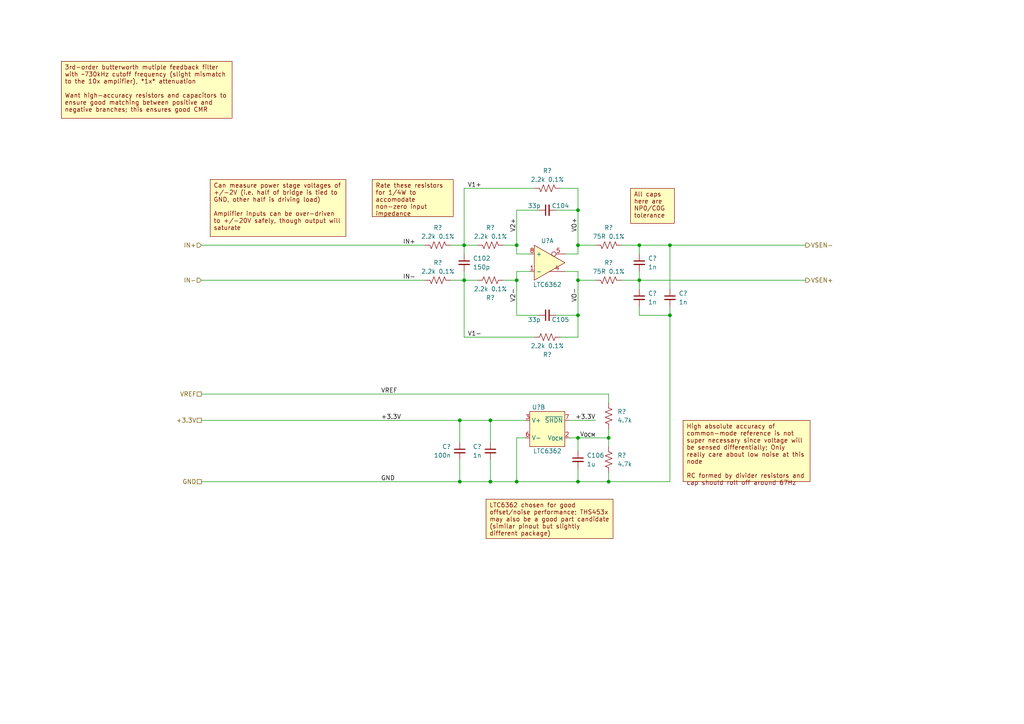
<source format=kicad_sch>
(kicad_sch (version 20230121) (generator eeschema)
  (paper "A4")
  (title_block (title "Shim Amplifier Prototype") (date "2023-08-01") (rev "A.1") (company "Ishaan Govindarajan"))
  (lib_symbols
    (symbol "Custom-AnalogIC:LTC6362"
      (property "Reference" "U" (at -2.54 6.35 0))
      (property "Value" "LTC6362" (at 0 -6.35 0))
      (symbol "LTC6362_1_1"
        (polyline (pts (xy -3.81 5.08) (xy -3.81 -5.08) (xy 5.08 0) (xy -3.81 5.08)) (fill (type background)))
        (pin input line (at -5.08 -2.54 0) (length 1.27) (name "-") (number "1"))
        (pin output line (at 5.08 -2.54 180) (length 4.445) (name "") (number "4"))
        (pin output inverted (at 5.08 2.54 180) (length 3.81) (name "") (number "5"))
        (pin input line (at -5.08 2.54 0) (length 1.27) (name "+") (number "8"))
      )
      (symbol "LTC6362_2_1"
        (rectangle (start -5.08 5.08) (end 5.08 -5.08) (fill (type background)))
        (pin input line (at 6.35 -2.54 180) (length 1.27) (name "V_{OCM}") (number "2"))
        (pin power_in line (at -6.35 2.54 0) (length 1.27) (name "V+") (number "3"))
        (pin power_in line (at -6.35 -2.54 0) (length 1.27) (name "V-") (number "6"))
        (pin input line (at 6.35 2.54 180) (length 1.27) (name "~{SHDN}") (number "7"))
      )
    )
    (symbol "Custom-Capacitor:CL10B104KB8NNWC" (pin_numbers hide) (pin_names (offset 0.254) hide)
      (property "Reference" "C" (at 0.254 1.778 0))
      (property "Value" "100n" (at 0.254 -2.032 0))
      (symbol "CL10B104KB8NNWC_0_1"
        (polyline (pts (xy -1.524 -0.508) (xy 1.524 -0.508)) (stroke (width 0.3302)))
        (polyline (pts (xy -1.524 0.508) (xy 1.524 0.508)) (stroke (width 0.3048)))
      )
      (symbol "CL10B104KB8NNWC_1_1"
        (pin passive line (at 0 2.54 270) (length 2.032) (name "~") (number "1"))
        (pin passive line (at 0 -2.54 90) (length 2.032) (name "~") (number "2"))
      )
    )
    (symbol "Custom-Capacitor:CL21B105KBFNNNG" (pin_numbers hide) (pin_names (offset 0.254) hide)
      (property "Reference" "C" (at 0.254 1.778 0))
      (property "Value" "1u" (at 0.254 -2.032 0))
      (symbol "CL21B105KBFNNNG_0_1"
        (polyline (pts (xy -1.524 -0.508) (xy 1.524 -0.508)) (stroke (width 0.3302)))
        (polyline (pts (xy -1.524 0.508) (xy 1.524 0.508)) (stroke (width 0.3048)))
      )
      (symbol "CL21B105KBFNNNG_1_1"
        (pin passive line (at 0 2.54 270) (length 2.032) (name "~") (number "1"))
        (pin passive line (at 0 -2.54 90) (length 2.032) (name "~") (number "2"))
      )
    )
    (symbol "Custom-Capacitor:GCM1885C2A102FA16D" (pin_numbers hide) (pin_names (offset 0.254) hide)
      (property "Reference" "C" (at 0.254 1.778 0))
      (property "Value" "1n" (at 0.254 -2.032 0))
      (symbol "GCM1885C2A102FA16D_0_1"
        (polyline (pts (xy -1.524 -0.508) (xy 1.524 -0.508)) (stroke (width 0.3302)))
        (polyline (pts (xy -1.524 0.508) (xy 1.524 0.508)) (stroke (width 0.3048)))
      )
      (symbol "GCM1885C2A102FA16D_1_1"
        (pin passive line (at 0 2.54 270) (length 2.032) (name "~") (number "1"))
        (pin passive line (at 0 -2.54 90) (length 2.032) (name "~") (number "2"))
      )
    )
    (symbol "Custom-Capacitor:GCM1885C2A151JA16D" (pin_numbers hide) (pin_names (offset 0.254) hide)
      (property "Reference" "C" (at 0.254 1.778 0))
      (property "Value" "150p" (at 0.254 -2.032 0))
      (symbol "GCM1885C2A151JA16D_0_1"
        (polyline (pts (xy -1.524 -0.508) (xy 1.524 -0.508)) (stroke (width 0.3302)))
        (polyline (pts (xy -1.524 0.508) (xy 1.524 0.508)) (stroke (width 0.3048)))
      )
      (symbol "GCM1885C2A151JA16D_1_1"
        (pin passive line (at 0 2.54 270) (length 2.032) (name "~") (number "1"))
        (pin passive line (at 0 -2.54 90) (length 2.032) (name "~") (number "2"))
      )
    )
    (symbol "Custom-Capacitor:GCM1885C2A330JA16D" (pin_numbers hide) (pin_names (offset 0.254) hide)
      (property "Reference" "C" (at 0.254 1.778 0))
      (property "Value" "33p" (at 0.254 -2.032 0))
      (symbol "GCM1885C2A330JA16D_0_1"
        (polyline (pts (xy -1.524 -0.508) (xy 1.524 -0.508)) (stroke (width 0.3302)))
        (polyline (pts (xy -1.524 0.508) (xy 1.524 0.508)) (stroke (width 0.3048)))
      )
      (symbol "GCM1885C2A330JA16D_1_1"
        (pin passive line (at 0 2.54 270) (length 2.032) (name "~") (number "1"))
        (pin passive line (at 0 -2.54 90) (length 2.032) (name "~") (number "2"))
      )
    )
    (symbol "Custom-Resistor:RMCF0603FT4K70" (pin_numbers hide) (pin_names (offset 0))
      (property "Reference" "R" (at 2.54 0 90))
      (property "Value" "4.7k" (at -2.54 0 90))
      (symbol "RMCF0603FT4K70_0_1"
        (polyline (pts (xy 0 -2.286) (xy 0 -2.54)))
        (polyline (pts (xy 0 2.286) (xy 0 2.54)))
        (polyline (pts (xy 0 -0.762) (xy 1.016 -1.143) (xy 0 -1.524) (xy -1.016 -1.905) (xy 0 -2.286)))
        (polyline (pts (xy 0 0.762) (xy 1.016 0.381) (xy 0 0) (xy -1.016 -0.381) (xy 0 -0.762)))
        (polyline (pts (xy 0 2.286) (xy 1.016 1.905) (xy 0 1.524) (xy -1.016 1.143) (xy 0 0.762)))
      )
      (symbol "RMCF0603FT4K70_1_1"
        (pin passive line (at 0 3.81 270) (length 1.27) (name "~") (number "1"))
        (pin passive line (at 0 -3.81 90) (length 1.27) (name "~") (number "2"))
      )
    )
    (symbol "Custom-Resistor:RN73R1JTTD75R0B25" (pin_numbers hide) (pin_names (offset 0))
      (property "Reference" "R" (at 2.54 0 90))
      (property "Value" "75R 0.1%" (at -2.54 0 90))
      (symbol "RN73R1JTTD75R0B25_0_1"
        (polyline (pts (xy 0 -2.286) (xy 0 -2.54)))
        (polyline (pts (xy 0 2.286) (xy 0 2.54)))
        (polyline (pts (xy 0 -0.762) (xy 1.016 -1.143) (xy 0 -1.524) (xy -1.016 -1.905) (xy 0 -2.286)))
        (polyline (pts (xy 0 0.762) (xy 1.016 0.381) (xy 0 0) (xy -1.016 -0.381) (xy 0 -0.762)))
        (polyline (pts (xy 0 2.286) (xy 1.016 1.905) (xy 0 1.524) (xy -1.016 1.143) (xy 0 0.762)))
      )
      (symbol "RN73R1JTTD75R0B25_1_1"
        (pin passive line (at 0 3.81 270) (length 1.27) (name "~") (number "1"))
        (pin passive line (at 0 -3.81 90) (length 1.27) (name "~") (number "2"))
      )
    )
    (symbol "Custom-Resistor:RN73R2BTTD2201B25" (pin_numbers hide) (pin_names (offset 0))
      (property "Reference" "R" (at 2.54 0 90))
      (property "Value" "2.2k 0.1%" (at -2.54 0 90))
      (symbol "RN73R2BTTD2201B25_0_1"
        (polyline (pts (xy 0 -2.286) (xy 0 -2.54)))
        (polyline (pts (xy 0 2.286) (xy 0 2.54)))
        (polyline (pts (xy 0 -0.762) (xy 1.016 -1.143) (xy 0 -1.524) (xy -1.016 -1.905) (xy 0 -2.286)))
        (polyline (pts (xy 0 0.762) (xy 1.016 0.381) (xy 0 0) (xy -1.016 -0.381) (xy 0 -0.762)))
        (polyline (pts (xy 0 2.286) (xy 1.016 1.905) (xy 0 1.524) (xy -1.016 1.143) (xy 0 0.762)))
      )
      (symbol "RN73R2BTTD2201B25_1_1"
        (pin passive line (at 0 3.81 270) (length 1.27) (name "~") (number "1"))
        (pin passive line (at 0 -3.81 90) (length 1.27) (name "~") (number "2"))
      )
    )
  )
  (junction (at 133.35 139.7))
  (junction (at 167.64 139.7))
  (junction (at 133.35 121.92))
  (junction (at 142.24 121.92))
  (junction (at 134.62 81.28))
  (junction (at 167.64 71.12))
  (junction (at 167.64 81.28))
  (junction (at 142.24 139.7))
  (junction (at 194.31 71.12))
  (junction (at 167.64 60.96))
  (junction (at 185.42 81.28))
  (junction (at 149.86 81.28))
  (junction (at 176.53 139.7))
  (junction (at 167.64 127))
  (junction (at 176.53 127))
  (junction (at 134.62 71.12))
  (junction (at 194.31 91.44))
  (junction (at 149.86 139.7))
  (junction (at 185.42 71.12))
  (junction (at 167.64 91.44))
  (junction (at 149.86 71.12))
  (wire (pts (xy 194.31 88.9) (xy 194.31 91.44)))
  (wire (pts (xy 153.67 73.66) (xy 149.86 73.66)))
  (wire (pts (xy 134.62 97.79) (xy 134.62 81.28)))
  (wire (pts (xy 149.86 60.96) (xy 156.21 60.96)))
  (wire (pts (xy 185.42 78.74) (xy 185.42 81.28)))
  (wire (pts (xy 133.35 121.92) (xy 133.35 128.27)))
  (wire (pts (xy 167.64 135.89) (xy 167.64 139.7)))
  (wire (pts (xy 134.62 71.12) (xy 130.81 71.12)))
  (wire (pts (xy 167.64 97.79) (xy 167.64 91.44)))
  (wire (pts (xy 185.42 71.12) (xy 185.42 73.66)))
  (wire (pts (xy 167.64 60.96) (xy 161.29 60.96)))
  (wire (pts (xy 185.42 81.28) (xy 185.42 83.82)))
  (wire (pts (xy 176.53 127) (xy 176.53 129.54)))
  (wire (pts (xy 185.42 91.44) (xy 194.31 91.44)))
  (wire (pts (xy 149.86 127) (xy 152.4 127)))
  (wire (pts (xy 142.24 139.7) (xy 149.86 139.7)))
  (wire (pts (xy 176.53 137.16) (xy 176.53 139.7)))
  (wire (pts (xy 149.86 78.74) (xy 149.86 81.28)))
  (wire (pts (xy 167.64 71.12) (xy 167.64 73.66)))
  (wire (pts (xy 154.94 54.61) (xy 134.62 54.61)))
  (wire (pts (xy 167.64 54.61) (xy 167.64 60.96)))
  (wire (pts (xy 194.31 91.44) (xy 194.31 139.7)))
  (wire (pts (xy 149.86 139.7) (xy 167.64 139.7)))
  (wire (pts (xy 185.42 71.12) (xy 194.31 71.12)))
  (wire (pts (xy 149.86 71.12) (xy 149.86 73.66)))
  (wire (pts (xy 58.42 71.12) (xy 123.19 71.12)))
  (wire (pts (xy 58.42 81.28) (xy 123.19 81.28)))
  (wire (pts (xy 176.53 139.7) (xy 194.31 139.7)))
  (wire (pts (xy 138.43 71.12) (xy 134.62 71.12)))
  (wire (pts (xy 154.94 97.79) (xy 134.62 97.79)))
  (wire (pts (xy 149.86 71.12) (xy 149.86 60.96)))
  (wire (pts (xy 167.64 127) (xy 167.64 130.81)))
  (wire (pts (xy 142.24 121.92) (xy 152.4 121.92)))
  (wire (pts (xy 134.62 71.12) (xy 134.62 73.66)))
  (wire (pts (xy 167.64 78.74) (xy 163.83 78.74)))
  (wire (pts (xy 133.35 121.92) (xy 142.24 121.92)))
  (wire (pts (xy 134.62 81.28) (xy 130.81 81.28)))
  (wire (pts (xy 134.62 78.74) (xy 134.62 81.28)))
  (wire (pts (xy 133.35 139.7) (xy 142.24 139.7)))
  (wire (pts (xy 194.31 71.12) (xy 194.31 83.82)))
  (wire (pts (xy 185.42 88.9) (xy 185.42 91.44)))
  (wire (pts (xy 185.42 81.28) (xy 180.34 81.28)))
  (wire (pts (xy 167.64 54.61) (xy 162.56 54.61)))
  (wire (pts (xy 167.64 91.44) (xy 167.64 81.28)))
  (wire (pts (xy 172.72 81.28) (xy 167.64 81.28)))
  (wire (pts (xy 165.1 127) (xy 167.64 127)))
  (wire (pts (xy 138.43 81.28) (xy 134.62 81.28)))
  (wire (pts (xy 58.42 121.92) (xy 133.35 121.92)))
  (wire (pts (xy 167.64 60.96) (xy 167.64 71.12)))
  (wire (pts (xy 149.86 71.12) (xy 146.05 71.12)))
  (wire (pts (xy 167.64 81.28) (xy 167.64 78.74)))
  (wire (pts (xy 167.64 127) (xy 176.53 127)))
  (wire (pts (xy 134.62 54.61) (xy 134.62 71.12)))
  (wire (pts (xy 149.86 139.7) (xy 149.86 127)))
  (wire (pts (xy 149.86 91.44) (xy 156.21 91.44)))
  (wire (pts (xy 58.42 114.3) (xy 176.53 114.3)))
  (wire (pts (xy 142.24 133.35) (xy 142.24 139.7)))
  (wire (pts (xy 167.64 91.44) (xy 161.29 91.44)))
  (wire (pts (xy 58.42 139.7) (xy 133.35 139.7)))
  (wire (pts (xy 233.68 81.28) (xy 185.42 81.28)))
  (wire (pts (xy 165.1 121.92) (xy 172.72 121.92)))
  (wire (pts (xy 176.53 116.84) (xy 176.53 114.3)))
  (wire (pts (xy 167.64 139.7) (xy 176.53 139.7)))
  (wire (pts (xy 185.42 71.12) (xy 180.34 71.12)))
  (wire (pts (xy 149.86 81.28) (xy 149.86 91.44)))
  (wire (pts (xy 194.31 71.12) (xy 233.68 71.12)))
  (wire (pts (xy 133.35 133.35) (xy 133.35 139.7)))
  (wire (pts (xy 167.64 97.79) (xy 162.56 97.79)))
  (wire (pts (xy 149.86 81.28) (xy 146.05 81.28)))
  (wire (pts (xy 167.64 73.66) (xy 163.83 73.66)))
  (wire (pts (xy 153.67 78.74) (xy 149.86 78.74)))
  (wire (pts (xy 172.72 71.12) (xy 167.64 71.12)))
  (wire (pts (xy 142.24 121.92) (xy 142.24 128.27)))
  (wire (pts (xy 176.53 127) (xy 176.53 124.46)))
  (text_box "All caps here are NP0/C0G tolerance\n" (at 182.88 54.61 0) (size 12.7 10.16) (stroke (width 0) (color 132 0 0 1)) (fill (type color) (color 255 255 194 1)) (effects (font (size 1.27 1.27)) (justify left top)))
  (text_box "LTC6362 chosen for good offset/noise performance; THS453x may also be a good part candidate (similar pinout but slightly different package)\n" (at 140.97 144.78 0) (size 36.83 11.43) (stroke (width 0) (color 132 0 0 1)) (fill (type color) (color 255 255 194 1)) (effects (font (size 1.27 1.27)) (justify left top)))
  (text_box "Rate these resistors for 1/4W to accomodate non-zero input impedance" (at 107.95 52.07 0) (size 23.495 10.795) (stroke (width 0) (color 132 0 0 1)) (fill (type color) (color 255 255 194 1)) (effects (font (size 1.27 1.27)) (justify left top)))
  (text_box "Can measure power stage voltages of +/-2V (i.e. half of bridge is tied to GND, other half is driving load)\n\nAmplifier inputs can be over-driven to +/-20V safely, though output will saturate" (at 60.96 52.07 0) (size 39.37 16.51) (stroke (width 0) (color 132 0 0 1)) (fill (type color) (color 255 255 194 1)) (effects (font (size 1.27 1.27)) (justify left top)))
  (text_box "3rd-order butterworth mutiple feedback filter with ~730kHz cutoff frequency (slight mismatch to the 10x amplifier), *1x* attenuation\n\nWant high-accuracy resistors and capacitors to ensure good matching between positive and negative branches; this ensures good CMR" (at 17.78 17.78 0) (size 49.53 16.51) (stroke (width 0) (color 132 0 0 1)) (fill (type color) (color 255 255 194 1)) (effects (font (size 1.27 1.27)) (justify left top)))
  (text_box "High absolute accuracy of common-mode reference is not super necessary since voltage will be sensed differentially; Only really care about low noise at this node\n\nRC formed by divider resistors and cap should roll off around 67Hz\n" (at 198.12 121.92 0) (size 36.83 17.78) (stroke (width 0) (color 132 0 0 1)) (fill (type color) (color 255 255 194 1)) (effects (font (size 1.27 1.27)) (justify left top)))
  (label "V1+" (at 139.7 54.61 180))
  (label "V2-" (at 149.86 87.63 90))
  (label "V_{OCM}" (at 172.72 127 180))
  (label "+3.3V" (at 172.72 121.92 180))
  (label "GND" (at 110.49 139.7 0))
  (label "V1-" (at 139.7 97.79 180))
  (label "IN+" (at 116.84 71.12 0))
  (label "V2+" (at 149.86 67.31 90))
  (label "VO-" (at 167.64 87.63 90))
  (label "VO+" (at 167.64 67.31 90))
  (label "IN-" (at 116.84 81.28 0))
  (label "VREF" (at 110.49 114.3 0))
  (label "+3.3V" (at 110.49 121.92 0))
  (hierarchical_label "VSEN+" (shape output) (at 233.68 81.28 0))
  (hierarchical_label "GND" (shape passive) (at 58.42 139.7 180))
  (hierarchical_label "VREF" (shape passive) (at 58.42 114.3 180))
  (hierarchical_label "VSEN-" (shape output) (at 233.68 71.12 0))
  (hierarchical_label "IN-" (shape input) (at 58.42 81.28 180))
  (hierarchical_label "+3.3V" (shape passive) (at 58.42 121.92 180))
  (hierarchical_label "IN+" (shape input) (at 58.42 71.12 180))
  (symbol (lib_id "Custom-Resistor:RN73R1JTTD75R0B25") (at 176.53 81.28 270) (mirror x) (unit 1)
    (property "Reference" "R?" (at 176.53 76.2 90))
    (property "Value" "75R 0.1%" (at 176.53 78.74 90))
    (property "Footprint" "Resistor_SMD:R_0603_1608Metric_Pad0.98x0.95mm_HandSolder" (effects hide))
    (property "Datasheet" "https://www.koaspeer.com/pdfs/RN73R.pdf" (effects hide))
    (property "Manufacturer" "KOA Speer Electronics, Inc." (effects hide))
    (property "Part Number" "RN73R1JTTD75R0B25" (effects hide))
    (instances (project "Class-D Prototype revA" (path "" (reference "R?") (unit 1)) (path "" (reference "R?") (unit 1)) (path "" (reference "R55") (unit 1))))
  )
  (symbol (lib_id "Custom-Capacitor:CL21B105KBFNNNG") (at 167.64 133.35 0) (unit 1)
    (property "Reference" "C106" (at 170.18 132.0863 0) (effects (justify left)))
    (property "Value" "1u" (at 170.18 134.6263 0) (effects (justify left)))
    (property "Footprint" "Capacitor_SMD:C_0805_2012Metric_Pad1.18x1.45mm_HandSolder" (effects hide))
    (property "Datasheet" "https://media.digikey.com/pdf/Data%20Sheets/Samsung%20PDFs/CL21B105KBFNNNG_Spec.pdf" (effects hide))
    (property "Manufacturer" "Samsung Electro-Mechanics" (effects hide))
    (property "Part Number" "CL21B105KBFNNNG" (effects hide))
  )
  (symbol (lib_id "Custom-Resistor:RMCF0603FT4K70") (at 176.53 120.65 0) (unit 1)
    (property "Reference" "R?" (at 179.07 119.38 0) (effects (justify left)))
    (property "Value" "4.7k" (at 179.07 121.92 0) (effects (justify left)))
    (property "Footprint" "Resistor_SMD:R_0603_1608Metric_Pad0.98x0.95mm_HandSolder" (effects hide))
    (property "Datasheet" "https://www.seielect.com/Catalog/SEI-RMCF_RMCP.pdf" (effects hide))
    (property "Manufacturer" "Stackpole Electronics Inc" (effects hide))
    (property "Part Number" "RMCF0603FT4K70" (effects hide))
    (instances (project "Class-D Prototype revA" (path "" (reference "R?") (unit 1)) (path "" (reference "R56") (unit 1))))
  )
  (symbol (lib_id "Custom-AnalogIC:LTC6362") (at 158.75 124.46 0) (unit 2)
    (property "Reference" "U?" (at 156.21 118.11 0))
    (property "Value" "LTC6362" (at 158.75 130.81 0))
    (property "Footprint" "Package_SO:MSOP-8_3x3mm_P0.65mm" (effects hide))
    (property "Datasheet" "https://www.analog.com/media/en/technical-documentation/data-sheets/6362fa.pdf" (effects hide))
    (property "Manufacturer" "Analog Devices Inc." (effects hide))
    (property "Part Number" "LTC6362CMS8#TRPBF" (effects hide))
    (instances (project "Class-D Prototype revA" (path "" (reference "U?") (unit 2)) (path "" (reference "U?") (unit 2)) (path "" (reference "U7") (unit 2))))
  )
  (symbol (lib_id "Custom-Resistor:RN73R2BTTD2201B25") (at 127 81.28 270) (mirror x) (unit 1)
    (property "Reference" "R?" (at 127 76.2 90))
    (property "Value" "2.2k 0.1%" (at 127 78.74 90))
    (property "Footprint" "Resistor_SMD:R_1206_3216Metric_Pad1.30x1.75mm_HandSolder" (effects hide))
    (property "Datasheet" "https://www.koaspeer.com/pdfs/RN73R.pdf" (effects hide))
    (property "Manufacturer" "KOA Speer Electronics, Inc." (effects hide))
    (property "Part Number" "RN73R2BTTD2201B25" (effects hide))
    (instances (project "Class-D Prototype revA" (path "" (reference "R?") (unit 1)) (path "" (reference "R?") (unit 1)) (path "" (reference "R49") (unit 1))))
  )
  (symbol (lib_id "Custom-Resistor:RN73R2BTTD2201B25") (at 142.24 71.12 270) (mirror x) (unit 1)
    (property "Reference" "R?" (at 142.24 66.04 90))
    (property "Value" "2.2k 0.1%" (at 142.24 68.58 90))
    (property "Footprint" "Resistor_SMD:R_1206_3216Metric_Pad1.30x1.75mm_HandSolder" (effects hide))
    (property "Datasheet" "https://www.koaspeer.com/pdfs/RN73R.pdf" (effects hide))
    (property "Manufacturer" "KOA Speer Electronics, Inc." (effects hide))
    (property "Part Number" "RN73R2BTTD2201B25" (effects hide))
    (instances (project "Class-D Prototype revA" (path "" (reference "R?") (unit 1)) (path "" (reference "R?") (unit 1)) (path "" (reference "R50") (unit 1))))
  )
  (symbol (lib_id "Custom-Capacitor:GCM1885C2A102FA16D") (at 142.24 130.81 0) (mirror y) (unit 1)
    (property "Reference" "C?" (at 139.7 129.5463 0) (effects (justify left)))
    (property "Value" "1n" (at 139.7 132.0863 0) (effects (justify left)))
    (property "Footprint" "Capacitor_SMD:C_0603_1608Metric_Pad1.08x0.95mm_HandSolder" (effects hide))
    (property "Datasheet" "https://search.murata.co.jp/Ceramy/image/img/A01X/G101/ENG/GCM1885C2A102FA16-01.pdf" (effects hide))
    (property "Manufacturer" "Murata Electronics" (effects hide))
    (property "Part Number" "GCM1885C2A102FA16D" (effects hide))
    (instances (project "Class-D Prototype revA" (path "" (reference "C?") (unit 1)) (path "" (reference "C?") (unit 1)) (path "" (reference "C103") (unit 1))))
  )
  (symbol (lib_id "Custom-AnalogIC:LTC6362") (at 158.75 76.2 0) (unit 1)
    (property "Reference" "U?" (at 158.75 69.85 0))
    (property "Value" "LTC6362" (at 158.75 82.55 0))
    (property "Footprint" "Package_SO:MSOP-8_3x3mm_P0.65mm" (effects hide))
    (property "Datasheet" "https://www.analog.com/media/en/technical-documentation/data-sheets/6362fa.pdf" (effects hide))
    (property "Manufacturer" "Analog Devices Inc." (effects hide))
    (property "Part Number" "LTC6362CMS8#TRPBF" (effects hide))
    (instances (project "Class-D Prototype revA" (path "" (reference "U?") (unit 1)) (path "" (reference "U?") (unit 1)) (path "" (reference "U7") (unit 1))))
  )
  (symbol (lib_id "Custom-Resistor:RN73R2BTTD2201B25") (at 158.75 54.61 270) (mirror x) (unit 1)
    (property "Reference" "R?" (at 158.75 49.53 90))
    (property "Value" "2.2k 0.1%" (at 158.75 52.07 90))
    (property "Footprint" "Resistor_SMD:R_1206_3216Metric_Pad1.30x1.75mm_HandSolder" (effects hide))
    (property "Datasheet" "https://www.koaspeer.com/pdfs/RN73R.pdf" (effects hide))
    (property "Manufacturer" "KOA Speer Electronics, Inc." (effects hide))
    (property "Part Number" "RN73R2BTTD2201B25" (effects hide))
    (instances (project "Class-D Prototype revA" (path "" (reference "R?") (unit 1)) (path "" (reference "R?") (unit 1)) (path "" (reference "R52") (unit 1))))
  )
  (symbol (lib_id "Custom-Capacitor:GCM1885C2A102FA16D") (at 194.31 86.36 0) (unit 1)
    (property "Reference" "C?" (at 196.85 85.0963 0) (effects (justify left)))
    (property "Value" "1n" (at 196.85 87.6363 0) (effects (justify left)))
    (property "Footprint" "Capacitor_SMD:C_0603_1608Metric_Pad1.08x0.95mm_HandSolder" (effects hide))
    (property "Datasheet" "https://search.murata.co.jp/Ceramy/image/img/A01X/G101/ENG/GCM1885C2A102FA16-01.pdf" (effects hide))
    (property "Manufacturer" "Murata Electronics" (effects hide))
    (property "Part Number" "GCM1885C2A102FA16D" (effects hide))
    (instances (project "Class-D Prototype revA" (path "" (reference "C?") (unit 1)) (path "" (reference "C?") (unit 1)) (path "" (reference "C109") (unit 1))))
  )
  (symbol (lib_id "Custom-Resistor:RN73R1JTTD75R0B25") (at 176.53 71.12 270) (mirror x) (unit 1)
    (property "Reference" "R?" (at 176.53 66.04 90))
    (property "Value" "75R 0.1%" (at 176.53 68.58 90))
    (property "Footprint" "Resistor_SMD:R_0603_1608Metric_Pad0.98x0.95mm_HandSolder" (effects hide))
    (property "Datasheet" "https://www.koaspeer.com/pdfs/RN73R.pdf" (effects hide))
    (property "Manufacturer" "KOA Speer Electronics, Inc." (effects hide))
    (property "Part Number" "RN73R1JTTD75R0B25" (effects hide))
    (instances (project "Class-D Prototype revA" (path "" (reference "R?") (unit 1)) (path "" (reference "R?") (unit 1)) (path "" (reference "R54") (unit 1))))
  )
  (symbol (lib_id "Custom-Capacitor:GCM1885C2A102FA16D") (at 185.42 86.36 0) (unit 1)
    (property "Reference" "C?" (at 187.96 85.0963 0) (effects (justify left)))
    (property "Value" "1n" (at 187.96 87.6363 0) (effects (justify left)))
    (property "Footprint" "Capacitor_SMD:C_0603_1608Metric_Pad1.08x0.95mm_HandSolder" (effects hide))
    (property "Datasheet" "https://search.murata.co.jp/Ceramy/image/img/A01X/G101/ENG/GCM1885C2A102FA16-01.pdf" (effects hide))
    (property "Manufacturer" "Murata Electronics" (effects hide))
    (property "Part Number" "GCM1885C2A102FA16D" (effects hide))
    (instances (project "Class-D Prototype revA" (path "" (reference "C?") (unit 1)) (path "" (reference "C?") (unit 1)) (path "" (reference "C108") (unit 1))))
  )
  (symbol (lib_id "Custom-Capacitor:CL10B104KB8NNWC") (at 133.35 130.81 0) (unit 1)
    (property "Reference" "C?" (at 130.81 129.5463 0) (effects (justify right)))
    (property "Value" "100n" (at 130.81 132.0863 0) (effects (justify right)))
    (property "Footprint" "Capacitor_SMD:C_0603_1608Metric_Pad1.08x0.95mm_HandSolder" (effects hide))
    (property "Datasheet" "https://product.samsungsem.com/mlcc/CL31B106KAHNFN.do" (effects hide))
    (property "Manufacturer" "Samsung Electro-Mechanics" (effects hide))
    (property "Part Number" "CL10B104KB8NNWC" (effects hide))
    (instances (project "Class-D Prototype revA" (path "" (reference "C?") (unit 1)) (path "" (reference "C?") (unit 1)) (path "" (reference "C101") (unit 1))))
  )
  (symbol (lib_id "Custom-Resistor:RN73R2BTTD2201B25") (at 142.24 81.28 270) (unit 1)
    (property "Reference" "R?" (at 142.24 86.36 90))
    (property "Value" "2.2k 0.1%" (at 142.24 83.82 90))
    (property "Footprint" "Resistor_SMD:R_1206_3216Metric_Pad1.30x1.75mm_HandSolder" (effects hide))
    (property "Datasheet" "https://www.koaspeer.com/pdfs/RN73R.pdf" (effects hide))
    (property "Manufacturer" "KOA Speer Electronics, Inc." (effects hide))
    (property "Part Number" "RN73R2BTTD2201B25" (effects hide))
    (instances (project "Class-D Prototype revA" (path "" (reference "R?") (unit 1)) (path "" (reference "R?") (unit 1)) (path "" (reference "R51") (unit 1))))
  )
  (symbol (lib_id "Custom-Resistor:RN73R2BTTD2201B25") (at 127 71.12 270) (mirror x) (unit 1)
    (property "Reference" "R?" (at 127 66.04 90))
    (property "Value" "2.2k 0.1%" (at 127 68.58 90))
    (property "Footprint" "Resistor_SMD:R_1206_3216Metric_Pad1.30x1.75mm_HandSolder" (effects hide))
    (property "Datasheet" "https://www.koaspeer.com/pdfs/RN73R.pdf" (effects hide))
    (property "Manufacturer" "KOA Speer Electronics, Inc." (effects hide))
    (property "Part Number" "RN73R2BTTD2201B25" (effects hide))
    (instances (project "Class-D Prototype revA" (path "" (reference "R?") (unit 1)) (path "" (reference "R?") (unit 1)) (path "" (reference "R48") (unit 1))))
  )
  (symbol (lib_id "Custom-Capacitor:GCM1885C2A102FA16D") (at 185.42 76.2 0) (unit 1)
    (property "Reference" "C?" (at 187.96 74.9363 0) (effects (justify left)))
    (property "Value" "1n" (at 187.96 77.4763 0) (effects (justify left)))
    (property "Footprint" "Capacitor_SMD:C_0603_1608Metric_Pad1.08x0.95mm_HandSolder" (effects hide))
    (property "Datasheet" "https://search.murata.co.jp/Ceramy/image/img/A01X/G101/ENG/GCM1885C2A102FA16-01.pdf" (effects hide))
    (property "Manufacturer" "Murata Electronics" (effects hide))
    (property "Part Number" "GCM1885C2A102FA16D" (effects hide))
    (instances (project "Class-D Prototype revA" (path "" (reference "C?") (unit 1)) (path "" (reference "C?") (unit 1)) (path "" (reference "C107") (unit 1))))
  )
  (symbol (lib_id "Custom-Resistor:RMCF0603FT4K70") (at 176.53 133.35 0) (unit 1)
    (property "Reference" "R?" (at 179.07 132.08 0) (effects (justify left)))
    (property "Value" "4.7k" (at 179.07 134.62 0) (effects (justify left)))
    (property "Footprint" "Resistor_SMD:R_0603_1608Metric_Pad0.98x0.95mm_HandSolder" (effects hide))
    (property "Datasheet" "https://www.seielect.com/Catalog/SEI-RMCF_RMCP.pdf" (effects hide))
    (property "Manufacturer" "Stackpole Electronics Inc" (effects hide))
    (property "Part Number" "RMCF0603FT4K70" (effects hide))
    (instances (project "Class-D Prototype revA" (path "" (reference "R?") (unit 1)) (path "" (reference "R57") (unit 1))))
  )
  (symbol (lib_id "Custom-Capacitor:GCM1885C2A151JA16D") (at 134.62 76.2 0) (unit 1)
    (property "Reference" "C102" (at 137.16 74.9363 0) (effects (justify left)))
    (property "Value" "150p" (at 137.16 77.4763 0) (effects (justify left)))
    (property "Footprint" "Capacitor_SMD:C_0603_1608Metric_Pad1.08x0.95mm_HandSolder" (effects hide))
    (property "Datasheet" "https://search.murata.co.jp/Ceramy/image/img/A01X/G101/ENG/GCM1885C2A151JA16-01.pdf" (effects hide))
    (property "Manufacturer" "Murata Electronics" (effects hide))
    (property "Part Number" "GCM1885C2A151JA16D" (effects hide))
  )
  (symbol (lib_id "Custom-Capacitor:GCM1885C2A330JA16D") (at 158.75 60.96 90) (unit 1)
    (property "Reference" "C104" (at 162.56 59.69 90))
    (property "Value" "33p" (at 154.94 59.69 90))
    (property "Footprint" "Capacitor_SMD:C_0603_1608Metric_Pad1.08x0.95mm_HandSolder" (effects hide))
    (property "Datasheet" "https://www.murata.com/-/media/webrenewal/support/library/catalog/products/k35e.ashx?la=en-us&cvid=20200508021757000000" (effects hide))
    (property "Manufacturer" "Murata Electronics" (effects hide))
    (property "Part Number" "GCM1885C2A330JA16D" (effects hide))
  )
  (symbol (lib_id "Custom-Resistor:RN73R2BTTD2201B25") (at 158.75 97.79 270) (unit 1)
    (property "Reference" "R?" (at 158.75 102.87 90))
    (property "Value" "2.2k 0.1%" (at 158.75 100.33 90))
    (property "Footprint" "Resistor_SMD:R_1206_3216Metric_Pad1.30x1.75mm_HandSolder" (effects hide))
    (property "Datasheet" "https://www.koaspeer.com/pdfs/RN73R.pdf" (effects hide))
    (property "Manufacturer" "KOA Speer Electronics, Inc." (effects hide))
    (property "Part Number" "RN73R2BTTD2201B25" (effects hide))
    (instances (project "Class-D Prototype revA" (path "" (reference "R?") (unit 1)) (path "" (reference "R?") (unit 1)) (path "" (reference "R53") (unit 1))))
  )
  (symbol (lib_id "Custom-Capacitor:GCM1885C2A330JA16D") (at 158.75 91.44 90) (mirror x) (unit 1)
    (property "Reference" "C105" (at 162.56 92.71 90))
    (property "Value" "33p" (at 154.94 92.71 90))
    (property "Footprint" "Capacitor_SMD:C_0603_1608Metric_Pad1.08x0.95mm_HandSolder" (effects hide))
    (property "Datasheet" "https://www.murata.com/-/media/webrenewal/support/library/catalog/products/k35e.ashx?la=en-us&cvid=20200508021757000000" (effects hide))
    (property "Manufacturer" "Murata Electronics" (effects hide))
    (property "Part Number" "GCM1885C2A330JA16D" (effects hide))
  )
)
</source>
